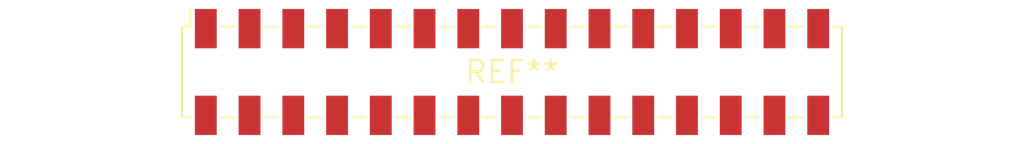
<source format=kicad_pcb>
(kicad_pcb (version 20240108) (generator pcbnew)
  (layers (0 "F.Cu" signal) (31 "B.Cu" signal) (34 "B.Paste" user) (35 "F.Paste" user) (36 "B.SilkS" user "B.Silkscreen") (37 "F.SilkS" user "F.Silkscreen") (38 "B.Mask" user) (39 "F.Mask" user) (44 "Edge.Cuts" user))
  (net 0 "")
  (footprint "Samtec_HLE-115-02-xxx-DV-LC_2x15_P2.54mm_Horizontal" (layer "F.Cu") (at 0 0)
    (property "Reference" "REF**")
    (property "Value" "Samtec_HLE-115-02-xxx-DV-LC_2x15_P2.54mm_Horizontal")
    (fp_line (start -19.16 -2.65) (end -19.16 2.65) (layer "F.SilkS") (stroke (width 0.12)))
    (fp_line (start -19.16 2.65) (end -18.675 2.65) (layer "F.SilkS") (stroke (width 0.12)))
    (fp_line (start -18.675 -3.67) (end -18.675 -2.65) (layer "F.SilkS") (stroke (width 0.12)))
    (fp_line (start -18.675 -2.65) (end -19.16 -2.65) (layer "F.SilkS") (stroke (width 0.12)))
    (fp_line (start -16.885 -2.65) (end -16.135 -2.65) (layer "F.SilkS") (stroke (width 0.12)))
    (fp_line (start -16.885 2.65) (end -16.135 2.65) (layer "F.SilkS") (stroke (width 0.12)))
    (fp_line (start -14.345 -2.65) (end -13.595 -2.65) (layer "F.SilkS") (stroke (width 0.12)))
    (fp_line (start -14.345 2.65) (end -13.595 2.65) (layer "F.SilkS") (stroke (width 0.12)))
    (fp_line (start -11.805 -2.65) (end -11.055 -2.65) (layer "F.SilkS") (stroke (width 0.12)))
    (fp_line (start -11.805 2.65) (end -11.055 2.65) (layer "F.SilkS") (stroke (width 0.12)))
    (fp_line (start -9.265 -2.65) (end -8.515 -2.65) (layer "F.SilkS") (stroke (width 0.12)))
    (fp_line (start -9.265 2.65) (end -8.515 2.65) (layer "F.SilkS") (stroke (width 0.12)))
    (fp_line (start -6.725 -2.65) (end -5.975 -2.65) (layer "F.SilkS") (stroke (width 0.12)))
    (fp_line (start -6.725 2.65) (end -5.975 2.65) (layer "F.SilkS") (stroke (width 0.12)))
    (fp_line (start -4.185 -2.65) (end -3.435 -2.65) (layer "F.SilkS") (stroke (width 0.12)))
    (fp_line (start -4.185 2.65) (end -3.435 2.65) (layer "F.SilkS") (stroke (width 0.12)))
    (fp_line (start -1.645 -2.65) (end -0.895 -2.65) (layer "F.SilkS") (stroke (width 0.12)))
    (fp_line (start -1.645 2.65) (end -0.895 2.65) (layer "F.SilkS") (stroke (width 0.12)))
    (fp_line (start 0.895 -2.65) (end 1.645 -2.65) (layer "F.SilkS") (stroke (width 0.12)))
    (fp_line (start 0.895 2.65) (end 1.645 2.65) (layer "F.SilkS") (stroke (width 0.12)))
    (fp_line (start 3.435 -2.65) (end 4.185 -2.65) (layer "F.SilkS") (stroke (width 0.12)))
    (fp_line (start 3.435 2.65) (end 4.185 2.65) (layer "F.SilkS") (stroke (width 0.12)))
    (fp_line (start 5.975 -2.65) (end 6.725 -2.65) (layer "F.SilkS") (stroke (width 0.12)))
    (fp_line (start 5.975 2.65) (end 6.725 2.65) (layer "F.SilkS") (stroke (width 0.12)))
    (fp_line (start 8.515 -2.65) (end 9.265 -2.65) (layer "F.SilkS") (stroke (width 0.12)))
    (fp_line (start 8.515 2.65) (end 9.265 2.65) (layer "F.SilkS") (stroke (width 0.12)))
    (fp_line (start 11.055 -2.65) (end 11.805 -2.65) (layer "F.SilkS") (stroke (width 0.12)))
    (fp_line (start 11.055 2.65) (end 11.805 2.65) (layer "F.SilkS") (stroke (width 0.12)))
    (fp_line (start 13.595 -2.65) (end 14.345 -2.65) (layer "F.SilkS") (stroke (width 0.12)))
    (fp_line (start 13.595 2.65) (end 14.345 2.65) (layer "F.SilkS") (stroke (width 0.12)))
    (fp_line (start 16.135 -2.65) (end 16.885 -2.65) (layer "F.SilkS") (stroke (width 0.12)))
    (fp_line (start 16.135 2.65) (end 16.885 2.65) (layer "F.SilkS") (stroke (width 0.12)))
    (fp_line (start 18.675 -2.65) (end 19.16 -2.65) (layer "F.SilkS") (stroke (width 0.12)))
    (fp_line (start 19.16 -2.65) (end 19.16 2.65) (layer "F.SilkS") (stroke (width 0.12)))
    (fp_line (start 19.16 2.65) (end 18.675 2.65) (layer "F.SilkS") (stroke (width 0.12)))
    (pad "" np_thru_hole circle (at -16.51 0) (size 1.19 1.19) (drill 1.19) (layers *.Cu *.Mask))
    (pad "" np_thru_hole circle (at 16.51 0) (size 1.19 1.19) (drill 1.19) (layers *.Cu *.Mask))
    (pad "1" smd rect (at -17.78 -2.525) (size 1.27 2.29) (layers "F.Cu" "F.Paste" "F.Mask"))
    (pad "2" smd rect (at -17.78 2.525) (size 1.27 2.29) (layers "F.Cu" "F.Paste" "F.Mask"))
    (pad "3" smd rect (at -15.24 -2.525) (size 1.27 2.29) (layers "F.Cu" "F.Paste" "F.Mask"))
    (pad "4" smd rect (at -15.24 2.525) (size 1.27 2.29) (layers "F.Cu" "F.Paste" "F.Mask"))
    (pad "5" smd rect (at -12.7 -2.525) (size 1.27 2.29) (layers "F.Cu" "F.Paste" "F.Mask"))
    (pad "6" smd rect (at -12.7 2.525) (size 1.27 2.29) (layers "F.Cu" "F.Paste" "F.Mask"))
    (pad "7" smd rect (at -10.16 -2.525) (size 1.27 2.29) (layers "F.Cu" "F.Paste" "F.Mask"))
    (pad "8" smd rect (at -10.16 2.525) (size 1.27 2.29) (layers "F.Cu" "F.Paste" "F.Mask"))
    (pad "9" smd rect (at -7.62 -2.525) (size 1.27 2.29) (layers "F.Cu" "F.Paste" "F.Mask"))
    (pad "10" smd rect (at -7.62 2.525) (size 1.27 2.29) (layers "F.Cu" "F.Paste" "F.Mask"))
    (pad "11" smd rect (at -5.08 -2.525) (size 1.27 2.29) (layers "F.Cu" "F.Paste" "F.Mask"))
    (pad "12" smd rect (at -5.08 2.525) (size 1.27 2.29) (layers "F.Cu" "F.Paste" "F.Mask"))
    (pad "13" smd rect (at -2.54 -2.525) (size 1.27 2.29) (layers "F.Cu" "F.Paste" "F.Mask"))
    (pad "14" smd rect (at -2.54 2.525) (size 1.27 2.29) (layers "F.Cu" "F.Paste" "F.Mask"))
    (pad "15" smd rect (at 0 -2.525) (size 1.27 2.29) (layers "F.Cu" "F.Paste" "F.Mask"))
    (pad "16" smd rect (at 0 2.525) (size 1.27 2.29) (layers "F.Cu" "F.Paste" "F.Mask"))
    (pad "17" smd rect (at 2.54 -2.525) (size 1.27 2.29) (layers "F.Cu" "F.Paste" "F.Mask"))
    (pad "18" smd rect (at 2.54 2.525) (size 1.27 2.29) (layers "F.Cu" "F.Paste" "F.Mask"))
    (pad "19" smd rect (at 5.08 -2.525) (size 1.27 2.29) (layers "F.Cu" "F.Paste" "F.Mask"))
    (pad "20" smd rect (at 5.08 2.525) (size 1.27 2.29) (layers "F.Cu" "F.Paste" "F.Mask"))
    (pad "21" smd rect (at 7.62 -2.525) (size 1.27 2.29) (layers "F.Cu" "F.Paste" "F.Mask"))
    (pad "22" smd rect (at 7.62 2.525) (size 1.27 2.29) (layers "F.Cu" "F.Paste" "F.Mask"))
    (pad "23" smd rect (at 10.16 -2.525) (size 1.27 2.29) (layers "F.Cu" "F.Paste" "F.Mask"))
    (pad "24" smd rect (at 10.16 2.525) (size 1.27 2.29) (layers "F.Cu" "F.Paste" "F.Mask"))
    (pad "25" smd rect (at 12.7 -2.525) (size 1.27 2.29) (layers "F.Cu" "F.Paste" "F.Mask"))
    (pad "26" smd rect (at 12.7 2.525) (size 1.27 2.29) (layers "F.Cu" "F.Paste" "F.Mask"))
    (pad "27" smd rect (at 15.24 -2.525) (size 1.27 2.29) (layers "F.Cu" "F.Paste" "F.Mask"))
    (pad "28" smd rect (at 15.24 2.525) (size 1.27 2.29) (layers "F.Cu" "F.Paste" "F.Mask"))
    (pad "29" smd rect (at 17.78 -2.525) (size 1.27 2.29) (layers "F.Cu" "F.Paste" "F.Mask"))
    (pad "30" smd rect (at 17.78 2.525) (size 1.27 2.29) (layers "F.Cu" "F.Paste" "F.Mask"))
  )
)
</source>
